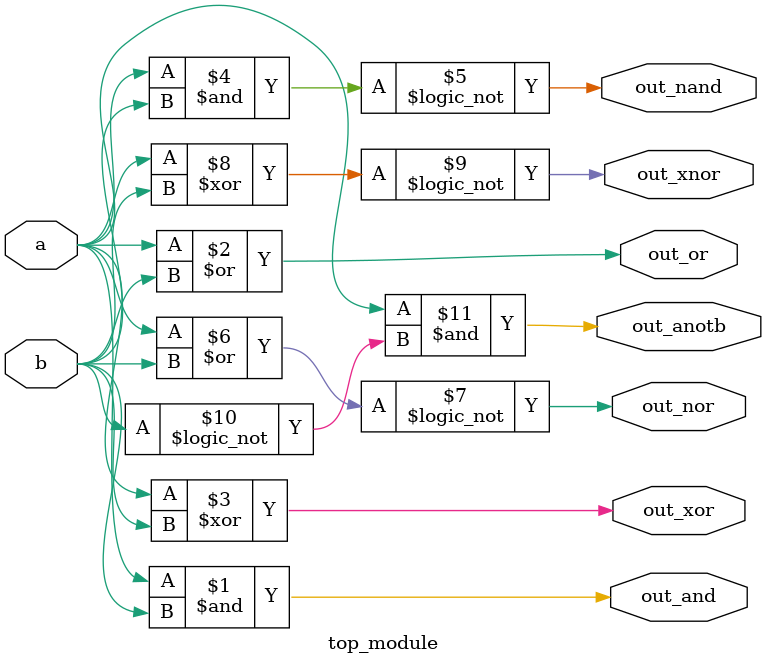
<source format=v>
module top_module( 
    input a, b,
    output out_and,
    output out_or,
    output out_xor,
    output out_nand,
    output out_nor,
    output out_xnor,
    output out_anotb
);
    assign out_and=a&b,out_or=a|b,out_xor=a^b,out_nand=!(a&b),out_nor=!(a|b),out_xnor=!(a^b),out_anotb=a&!b;
endmodule
</source>
